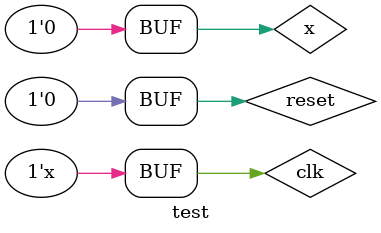
<source format=v>
`timescale 1ns / 1ps


module test;

	// Inputs
	reg x;
	reg clk;
	reg reset;

	// Outputs
	wire z;

	// Instantiate the Unit Under Test (UUT)
	seq_1010_overlap uut (
		.x(x), 
		.clk(clk), 
		.reset(reset), 
		.z(z)
	);
	
	always #5 clk = ~clk ;

	initial begin
		// Initialize Inputs
		x = 0;
		clk = 0;
		reset = 1;

		// Wait 100 ns for global reset to finish
		#100
        
		// Add stimulus here
		#2 reset = 0;
		#10 x = 1;
		#10 x = 0;
		#10 x = 1;
		#10 x = 0;
		#10 x = 1;
		#10 x = 0;
	end
      
endmodule


</source>
